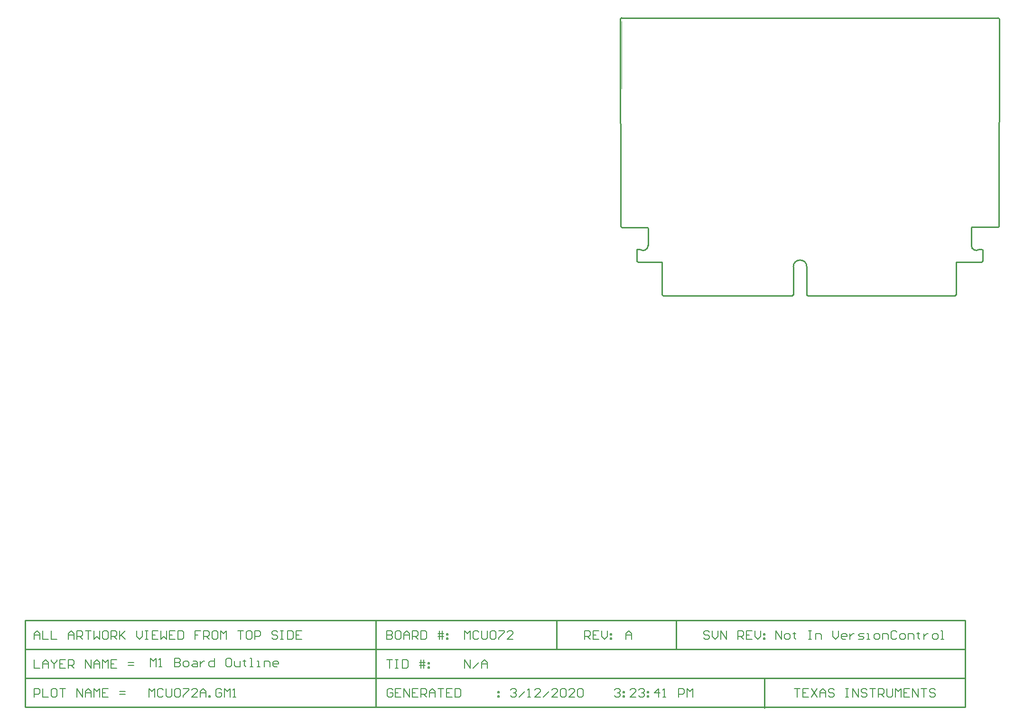
<source format=gm1>
G04*
G04 #@! TF.GenerationSoftware,Altium Limited,Altium Designer,18.1.9 (240)*
G04*
G04 Layer_Color=11296232*
%FSAX44Y44*%
%MOMM*%
G71*
G01*
G75*
%ADD15C,0.2032*%
%ADD24C,0.2540*%
%ADD100C,0.1000*%
G54D15*
X00325349Y00174142D02*
Y00189377D01*
X00330427Y00184299D01*
X00335505Y00189377D01*
Y00174142D01*
X00340584D02*
X00345662D01*
X00343123D01*
Y00189377D01*
X00340584Y00186838D01*
X00368515Y00189377D02*
Y00174142D01*
X00376132D01*
X00378671Y00176682D01*
Y00179221D01*
X00376132Y00181760D01*
X00368515D01*
X00376132D01*
X00378671Y00184299D01*
Y00186838D01*
X00376132Y00189377D01*
X00368515D01*
X00386289Y00174142D02*
X00391367D01*
X00393906Y00176682D01*
Y00181760D01*
X00391367Y00184299D01*
X00386289D01*
X00383750Y00181760D01*
Y00176682D01*
X00386289Y00174142D01*
X00401524Y00184299D02*
X00406602D01*
X00409142Y00181760D01*
Y00174142D01*
X00401524D01*
X00398985Y00176682D01*
X00401524Y00179221D01*
X00409142D01*
X00414220Y00184299D02*
Y00174142D01*
Y00179221D01*
X00416759Y00181760D01*
X00419298Y00184299D01*
X00421837D01*
X00439612Y00189377D02*
Y00174142D01*
X00431994D01*
X00429455Y00176682D01*
Y00181760D01*
X00431994Y00184299D01*
X00439612D01*
X00467543Y00189377D02*
X00462464D01*
X00459925Y00186838D01*
Y00176682D01*
X00462464Y00174142D01*
X00467543D01*
X00470082Y00176682D01*
Y00186838D01*
X00467543Y00189377D01*
X00475160Y00184299D02*
Y00176682D01*
X00477699Y00174142D01*
X00485317D01*
Y00184299D01*
X00492934Y00186838D02*
Y00184299D01*
X00490395D01*
X00495474D01*
X00492934D01*
Y00176682D01*
X00495474Y00174142D01*
X00503091D02*
X00508169D01*
X00505630D01*
Y00189377D01*
X00503091D01*
X00515787Y00174142D02*
X00520865D01*
X00518326D01*
Y00184299D01*
X00515787D01*
X00528483Y00174142D02*
Y00184299D01*
X00536100D01*
X00538640Y00181760D01*
Y00174142D01*
X00551335D02*
X00546257D01*
X00543718Y00176682D01*
Y00181760D01*
X00546257Y00184299D01*
X00551335D01*
X00553875Y00181760D01*
Y00179221D01*
X00543718D01*
X01441196Y00223097D02*
Y00238332D01*
X01451353Y00223097D01*
Y00238332D01*
X01458970Y00223097D02*
X01464049D01*
X01466588Y00225636D01*
Y00230714D01*
X01464049Y00233253D01*
X01458970D01*
X01456431Y00230714D01*
Y00225636D01*
X01458970Y00223097D01*
X01474205Y00235793D02*
Y00233253D01*
X01471666D01*
X01476745D01*
X01474205D01*
Y00225636D01*
X01476745Y00223097D01*
X01499597Y00238332D02*
X01504675D01*
X01502136D01*
Y00223097D01*
X01499597D01*
X01504675D01*
X01512293D02*
Y00233253D01*
X01519910D01*
X01522450Y00230714D01*
Y00223097D01*
X01542763Y00238332D02*
Y00228175D01*
X01547841Y00223097D01*
X01552920Y00228175D01*
Y00238332D01*
X01565616Y00223097D02*
X01560537D01*
X01557998Y00225636D01*
Y00230714D01*
X01560537Y00233253D01*
X01565616D01*
X01568155Y00230714D01*
Y00228175D01*
X01557998D01*
X01573233Y00233253D02*
Y00223097D01*
Y00228175D01*
X01575773Y00230714D01*
X01578312Y00233253D01*
X01580851D01*
X01588468Y00223097D02*
X01596086D01*
X01598625Y00225636D01*
X01596086Y00228175D01*
X01591008D01*
X01588468Y00230714D01*
X01591008Y00233253D01*
X01598625D01*
X01603703Y00223097D02*
X01608782D01*
X01606243D01*
Y00233253D01*
X01603703D01*
X01618938Y00223097D02*
X01624017D01*
X01626556Y00225636D01*
Y00230714D01*
X01624017Y00233253D01*
X01618938D01*
X01616399Y00230714D01*
Y00225636D01*
X01618938Y00223097D01*
X01631634D02*
Y00233253D01*
X01639252D01*
X01641791Y00230714D01*
Y00223097D01*
X01657026Y00235793D02*
X01654487Y00238332D01*
X01649409D01*
X01646870Y00235793D01*
Y00225636D01*
X01649409Y00223097D01*
X01654487D01*
X01657026Y00225636D01*
X01664644Y00223097D02*
X01669722D01*
X01672261Y00225636D01*
Y00230714D01*
X01669722Y00233253D01*
X01664644D01*
X01662104Y00230714D01*
Y00225636D01*
X01664644Y00223097D01*
X01677340D02*
Y00233253D01*
X01684957D01*
X01687496Y00230714D01*
Y00223097D01*
X01695114Y00235793D02*
Y00233253D01*
X01692575D01*
X01697653D01*
X01695114D01*
Y00225636D01*
X01697653Y00223097D01*
X01705271Y00233253D02*
Y00223097D01*
Y00228175D01*
X01707810Y00230714D01*
X01710349Y00233253D01*
X01712888D01*
X01723045Y00223097D02*
X01728123D01*
X01730662Y00225636D01*
Y00230714D01*
X01728123Y00233253D01*
X01723045D01*
X01720506Y00230714D01*
Y00225636D01*
X01723045Y00223097D01*
X01735741D02*
X01740819D01*
X01738280D01*
Y00238332D01*
X01735741D01*
X01322829Y00235793D02*
X01320289Y00238332D01*
X01315211D01*
X01312672Y00235793D01*
Y00233253D01*
X01315211Y00230714D01*
X01320289D01*
X01322829Y00228175D01*
Y00225636D01*
X01320289Y00223097D01*
X01315211D01*
X01312672Y00225636D01*
X01327907Y00238332D02*
Y00228175D01*
X01332985Y00223097D01*
X01338064Y00228175D01*
Y00238332D01*
X01343142Y00223097D02*
Y00238332D01*
X01353299Y00223097D01*
Y00238332D01*
X01373612Y00223097D02*
Y00238332D01*
X01381230D01*
X01383769Y00235793D01*
Y00230714D01*
X01381230Y00228175D01*
X01373612D01*
X01378691D02*
X01383769Y00223097D01*
X01399004Y00238332D02*
X01388847D01*
Y00223097D01*
X01399004D01*
X01388847Y00230714D02*
X01393926D01*
X01404082Y00238332D02*
Y00228175D01*
X01409161Y00223097D01*
X01414239Y00228175D01*
Y00238332D01*
X01419317Y00233253D02*
X01421857D01*
Y00230714D01*
X01419317D01*
Y00233253D01*
Y00225636D02*
X01421857D01*
Y00223097D01*
X01419317D01*
Y00225636D01*
X01099820Y00223097D02*
Y00238332D01*
X01107438D01*
X01109977Y00235793D01*
Y00230714D01*
X01107438Y00228175D01*
X01099820D01*
X01104898D02*
X01109977Y00223097D01*
X01125212Y00238332D02*
X01115055D01*
Y00223097D01*
X01125212D01*
X01115055Y00230714D02*
X01120133D01*
X01130290Y00238332D02*
Y00228175D01*
X01135368Y00223097D01*
X01140447Y00228175D01*
Y00238332D01*
X01145525Y00233253D02*
X01148064D01*
Y00230714D01*
X01145525D01*
Y00233253D01*
Y00225636D02*
X01148064D01*
Y00223097D01*
X01145525D01*
Y00225636D01*
X00322326Y00119295D02*
Y00134530D01*
X00327404Y00129452D01*
X00332483Y00134530D01*
Y00119295D01*
X00347718Y00131991D02*
X00345179Y00134530D01*
X00340100D01*
X00337561Y00131991D01*
Y00121834D01*
X00340100Y00119295D01*
X00345179D01*
X00347718Y00121834D01*
X00352796Y00134530D02*
Y00121834D01*
X00355335Y00119295D01*
X00360414D01*
X00362953Y00121834D01*
Y00134530D01*
X00368031Y00131991D02*
X00370570Y00134530D01*
X00375649D01*
X00378188Y00131991D01*
Y00121834D01*
X00375649Y00119295D01*
X00370570D01*
X00368031Y00121834D01*
Y00131991D01*
X00383266Y00134530D02*
X00393423D01*
Y00131991D01*
X00383266Y00121834D01*
Y00119295D01*
X00408658D02*
X00398501D01*
X00408658Y00129452D01*
Y00131991D01*
X00406119Y00134530D01*
X00401040D01*
X00398501Y00131991D01*
X00413736Y00119295D02*
Y00129452D01*
X00418815Y00134530D01*
X00423893Y00129452D01*
Y00119295D01*
Y00126912D01*
X00413736D01*
X00428971Y00119295D02*
Y00121834D01*
X00431511D01*
Y00119295D01*
X00428971D01*
X00451824Y00131991D02*
X00449285Y00134530D01*
X00444207D01*
X00441667Y00131991D01*
Y00121834D01*
X00444207Y00119295D01*
X00449285D01*
X00451824Y00121834D01*
Y00126912D01*
X00446746D01*
X00456903Y00119295D02*
Y00134530D01*
X00461981Y00129452D01*
X00467059Y00134530D01*
Y00119295D01*
X00472137D02*
X00477216D01*
X00474677D01*
Y00134530D01*
X00472137Y00131991D01*
X00968121D02*
X00970660Y00134530D01*
X00975739D01*
X00978278Y00131991D01*
Y00129452D01*
X00975739Y00126912D01*
X00973199D01*
X00975739D01*
X00978278Y00124373D01*
Y00121834D01*
X00975739Y00119295D01*
X00970660D01*
X00968121Y00121834D01*
X00983356Y00119295D02*
X00993513Y00129452D01*
X00998591Y00119295D02*
X01003670D01*
X01001130D01*
Y00134530D01*
X00998591Y00131991D01*
X01021444Y00119295D02*
X01011287D01*
X01021444Y00129452D01*
Y00131991D01*
X01018905Y00134530D01*
X01013826D01*
X01011287Y00131991D01*
X01026522Y00119295D02*
X01036679Y00129452D01*
X01051914Y00119295D02*
X01041757D01*
X01051914Y00129452D01*
Y00131991D01*
X01049375Y00134530D01*
X01044296D01*
X01041757Y00131991D01*
X01056992D02*
X01059531Y00134530D01*
X01064610D01*
X01067149Y00131991D01*
Y00121834D01*
X01064610Y00119295D01*
X01059531D01*
X01056992Y00121834D01*
Y00131991D01*
X01082384Y00119295D02*
X01072227D01*
X01082384Y00129452D01*
Y00131991D01*
X01079845Y00134530D01*
X01074766D01*
X01072227Y00131991D01*
X01087462D02*
X01090002Y00134530D01*
X01095080D01*
X01097619Y00131991D01*
Y00121834D01*
X01095080Y00119295D01*
X01090002D01*
X01087462Y00121834D01*
Y00131991D01*
X00757425D02*
X00754885Y00134530D01*
X00749807D01*
X00747268Y00131991D01*
Y00121834D01*
X00749807Y00119295D01*
X00754885D01*
X00757425Y00121834D01*
Y00126912D01*
X00752346D01*
X00772660Y00134530D02*
X00762503D01*
Y00119295D01*
X00772660D01*
X00762503Y00126912D02*
X00767581D01*
X00777738Y00119295D02*
Y00134530D01*
X00787895Y00119295D01*
Y00134530D01*
X00803130D02*
X00792973D01*
Y00119295D01*
X00803130D01*
X00792973Y00126912D02*
X00798052D01*
X00808208Y00119295D02*
Y00134530D01*
X00815826D01*
X00818365Y00131991D01*
Y00126912D01*
X00815826Y00124373D01*
X00808208D01*
X00813287D02*
X00818365Y00119295D01*
X00823443D02*
Y00129452D01*
X00828522Y00134530D01*
X00833600Y00129452D01*
Y00119295D01*
Y00126912D01*
X00823443D01*
X00838678Y00134530D02*
X00848835D01*
X00843757D01*
Y00119295D01*
X00864070Y00134530D02*
X00853913D01*
Y00119295D01*
X00864070D01*
X00853913Y00126912D02*
X00858992D01*
X00869149Y00134530D02*
Y00119295D01*
X00876766D01*
X00879305Y00121834D01*
Y00131991D01*
X00876766Y00134530D01*
X00869149D01*
X00945324Y00129452D02*
X00947863D01*
Y00126912D01*
X00945324D01*
Y00129452D01*
Y00121834D02*
X00947863D01*
Y00119295D01*
X00945324D01*
Y00121834D01*
X00117729Y00223097D02*
Y00233253D01*
X00122807Y00238332D01*
X00127886Y00233253D01*
Y00223097D01*
Y00230714D01*
X00117729D01*
X00132964Y00238332D02*
Y00223097D01*
X00143121D01*
X00148199Y00238332D02*
Y00223097D01*
X00158356D01*
X00178669D02*
Y00233253D01*
X00183748Y00238332D01*
X00188826Y00233253D01*
Y00223097D01*
Y00230714D01*
X00178669D01*
X00193904Y00223097D02*
Y00238332D01*
X00201522D01*
X00204061Y00235793D01*
Y00230714D01*
X00201522Y00228175D01*
X00193904D01*
X00198983D02*
X00204061Y00223097D01*
X00209139Y00238332D02*
X00219296D01*
X00214218D01*
Y00223097D01*
X00224375Y00238332D02*
Y00223097D01*
X00229453Y00228175D01*
X00234531Y00223097D01*
Y00238332D01*
X00247227D02*
X00242149D01*
X00239610Y00235793D01*
Y00225636D01*
X00242149Y00223097D01*
X00247227D01*
X00249766Y00225636D01*
Y00235793D01*
X00247227Y00238332D01*
X00254845Y00223097D02*
Y00238332D01*
X00262462D01*
X00265001Y00235793D01*
Y00230714D01*
X00262462Y00228175D01*
X00254845D01*
X00259923D02*
X00265001Y00223097D01*
X00270080Y00238332D02*
Y00223097D01*
Y00228175D01*
X00280236Y00238332D01*
X00272619Y00230714D01*
X00280236Y00223097D01*
X00300550Y00238332D02*
Y00228175D01*
X00305628Y00223097D01*
X00310707Y00228175D01*
Y00238332D01*
X00315785D02*
X00320863D01*
X00318324D01*
Y00223097D01*
X00315785D01*
X00320863D01*
X00338638Y00238332D02*
X00328481D01*
Y00223097D01*
X00338638D01*
X00328481Y00230714D02*
X00333559D01*
X00343716Y00238332D02*
Y00223097D01*
X00348794Y00228175D01*
X00353873Y00223097D01*
Y00238332D01*
X00369108D02*
X00358951D01*
Y00223097D01*
X00369108D01*
X00358951Y00230714D02*
X00364029D01*
X00374186Y00238332D02*
Y00223097D01*
X00381804D01*
X00384343Y00225636D01*
Y00235793D01*
X00381804Y00238332D01*
X00374186D01*
X00414813D02*
X00404656D01*
Y00230714D01*
X00409734D01*
X00404656D01*
Y00223097D01*
X00419891D02*
Y00238332D01*
X00427509D01*
X00430048Y00235793D01*
Y00230714D01*
X00427509Y00228175D01*
X00419891D01*
X00424970D02*
X00430048Y00223097D01*
X00442744Y00238332D02*
X00437665D01*
X00435126Y00235793D01*
Y00225636D01*
X00437665Y00223097D01*
X00442744D01*
X00445283Y00225636D01*
Y00235793D01*
X00442744Y00238332D01*
X00450361Y00223097D02*
Y00238332D01*
X00455440Y00233253D01*
X00460518Y00238332D01*
Y00223097D01*
X00480832Y00238332D02*
X00490988D01*
X00485910D01*
Y00223097D01*
X00503684Y00238332D02*
X00498606D01*
X00496067Y00235793D01*
Y00225636D01*
X00498606Y00223097D01*
X00503684D01*
X00506223Y00225636D01*
Y00235793D01*
X00503684Y00238332D01*
X00511302Y00223097D02*
Y00238332D01*
X00518919D01*
X00521458Y00235793D01*
Y00230714D01*
X00518919Y00228175D01*
X00511302D01*
X00551929Y00235793D02*
X00549389Y00238332D01*
X00544311D01*
X00541772Y00235793D01*
Y00233253D01*
X00544311Y00230714D01*
X00549389D01*
X00551929Y00228175D01*
Y00225636D01*
X00549389Y00223097D01*
X00544311D01*
X00541772Y00225636D01*
X00557007Y00238332D02*
X00562085D01*
X00559546D01*
Y00223097D01*
X00557007D01*
X00562085D01*
X00569703Y00238332D02*
Y00223097D01*
X00577320D01*
X00579860Y00225636D01*
Y00235793D01*
X00577320Y00238332D01*
X00569703D01*
X00595095D02*
X00584938D01*
Y00223097D01*
X00595095D01*
X00584938Y00230714D02*
X00590016D01*
X01173861Y00223097D02*
Y00233253D01*
X01178939Y00238332D01*
X01184018Y00233253D01*
Y00223097D01*
Y00230714D01*
X01173861D01*
X00885317Y00223097D02*
Y00238332D01*
X00890395Y00233253D01*
X00895474Y00238332D01*
Y00223097D01*
X00910709Y00235793D02*
X00908170Y00238332D01*
X00903091D01*
X00900552Y00235793D01*
Y00225636D01*
X00903091Y00223097D01*
X00908170D01*
X00910709Y00225636D01*
X00915787Y00238332D02*
Y00225636D01*
X00918326Y00223097D01*
X00923405D01*
X00925944Y00225636D01*
Y00238332D01*
X00931022Y00235793D02*
X00933561Y00238332D01*
X00938640D01*
X00941179Y00235793D01*
Y00225636D01*
X00938640Y00223097D01*
X00933561D01*
X00931022Y00225636D01*
Y00235793D01*
X00946257Y00238332D02*
X00956414D01*
Y00235793D01*
X00946257Y00225636D01*
Y00223097D01*
X00971649D02*
X00961492D01*
X00971649Y00233253D01*
Y00235793D01*
X00969110Y00238332D01*
X00964032D01*
X00961492Y00235793D01*
X00746760Y00238332D02*
Y00223097D01*
X00754378D01*
X00756917Y00225636D01*
Y00228175D01*
X00754378Y00230714D01*
X00746760D01*
X00754378D01*
X00756917Y00233253D01*
Y00235793D01*
X00754378Y00238332D01*
X00746760D01*
X00769613D02*
X00764534D01*
X00761995Y00235793D01*
Y00225636D01*
X00764534Y00223097D01*
X00769613D01*
X00772152Y00225636D01*
Y00235793D01*
X00769613Y00238332D01*
X00777230Y00223097D02*
Y00233253D01*
X00782309Y00238332D01*
X00787387Y00233253D01*
Y00223097D01*
Y00230714D01*
X00777230D01*
X00792465Y00223097D02*
Y00238332D01*
X00800083D01*
X00802622Y00235793D01*
Y00230714D01*
X00800083Y00228175D01*
X00792465D01*
X00797544D02*
X00802622Y00223097D01*
X00807700Y00238332D02*
Y00223097D01*
X00815318D01*
X00817857Y00225636D01*
Y00235793D01*
X00815318Y00238332D01*
X00807700D01*
X00840710Y00223097D02*
Y00238332D01*
X00845788D02*
Y00223097D01*
X00838170Y00233253D02*
X00845788D01*
X00848327D01*
X00838170Y00228175D02*
X00848327D01*
X00853406Y00233253D02*
X00855945D01*
Y00230714D01*
X00853406D01*
Y00233253D01*
Y00225636D02*
X00855945D01*
Y00223097D01*
X00853406D01*
Y00225636D01*
X00117729Y00186814D02*
Y00171579D01*
X00127886D01*
X00132964D02*
Y00181735D01*
X00138042Y00186814D01*
X00143121Y00181735D01*
Y00171579D01*
Y00179196D01*
X00132964D01*
X00148199Y00186814D02*
Y00184275D01*
X00153278Y00179196D01*
X00158356Y00184275D01*
Y00186814D01*
X00153278Y00179196D02*
Y00171579D01*
X00173591Y00186814D02*
X00163434D01*
Y00171579D01*
X00173591D01*
X00163434Y00179196D02*
X00168513D01*
X00178669Y00171579D02*
Y00186814D01*
X00186287D01*
X00188826Y00184275D01*
Y00179196D01*
X00186287Y00176657D01*
X00178669D01*
X00183748D02*
X00188826Y00171579D01*
X00209139D02*
Y00186814D01*
X00219296Y00171579D01*
Y00186814D01*
X00224375Y00171579D02*
Y00181735D01*
X00229453Y00186814D01*
X00234531Y00181735D01*
Y00171579D01*
Y00179196D01*
X00224375D01*
X00239610Y00171579D02*
Y00186814D01*
X00244688Y00181735D01*
X00249766Y00186814D01*
Y00171579D01*
X00265001Y00186814D02*
X00254845D01*
Y00171579D01*
X00265001D01*
X00254845Y00179196D02*
X00259923D01*
X00285315Y00176657D02*
X00295471D01*
X00285315Y00181735D02*
X00295471D01*
X00117729Y00119295D02*
Y00134530D01*
X00125346D01*
X00127886Y00131991D01*
Y00126912D01*
X00125346Y00124373D01*
X00117729D01*
X00132964Y00134530D02*
Y00119295D01*
X00143121D01*
X00155817Y00134530D02*
X00150738D01*
X00148199Y00131991D01*
Y00121834D01*
X00150738Y00119295D01*
X00155817D01*
X00158356Y00121834D01*
Y00131991D01*
X00155817Y00134530D01*
X00163434D02*
X00173591D01*
X00168513D01*
Y00119295D01*
X00193904D02*
Y00134530D01*
X00204061Y00119295D01*
Y00134530D01*
X00209139Y00119295D02*
Y00129452D01*
X00214218Y00134530D01*
X00219296Y00129452D01*
Y00119295D01*
Y00126912D01*
X00209139D01*
X00224375Y00119295D02*
Y00134530D01*
X00229453Y00129452D01*
X00234531Y00134530D01*
Y00119295D01*
X00249766Y00134530D02*
X00239610D01*
Y00119295D01*
X00249766D01*
X00239610Y00126912D02*
X00244688D01*
X00270080Y00124373D02*
X00280236D01*
X00270080Y00129452D02*
X00280236D01*
X01153287Y00131991D02*
X01155826Y00134530D01*
X01160904D01*
X01163444Y00131991D01*
Y00129452D01*
X01160904Y00126912D01*
X01158365D01*
X01160904D01*
X01163444Y00124373D01*
Y00121834D01*
X01160904Y00119295D01*
X01155826D01*
X01153287Y00121834D01*
X01168522Y00129452D02*
X01171061D01*
Y00126912D01*
X01168522D01*
Y00129452D01*
Y00121834D02*
X01171061D01*
Y00119295D01*
X01168522D01*
Y00121834D01*
X01191375Y00119295D02*
X01181218D01*
X01191375Y00129452D01*
Y00131991D01*
X01188836Y00134530D01*
X01183757D01*
X01181218Y00131991D01*
X01196453D02*
X01198992Y00134530D01*
X01204071D01*
X01206610Y00131991D01*
Y00129452D01*
X01204071Y00126912D01*
X01201531D01*
X01204071D01*
X01206610Y00124373D01*
Y00121834D01*
X01204071Y00119295D01*
X01198992D01*
X01196453Y00121834D01*
X01211688Y00129452D02*
X01214227D01*
Y00126912D01*
X01211688D01*
Y00129452D01*
Y00121834D02*
X01214227D01*
Y00119295D01*
X01211688D01*
Y00121834D01*
X01232001Y00119295D02*
Y00134530D01*
X01224384Y00126912D01*
X01234541D01*
X01239619Y00119295D02*
X01244697D01*
X01242158D01*
Y00134530D01*
X01239619Y00131991D01*
X01267550Y00119295D02*
Y00134530D01*
X01275168D01*
X01277707Y00131991D01*
Y00126912D01*
X01275168Y00124373D01*
X01267550D01*
X01282785Y00119295D02*
Y00134530D01*
X01287863Y00129452D01*
X01292942Y00134530D01*
Y00119295D01*
X01474470Y00134530D02*
X01484627D01*
X01479548D01*
Y00119295D01*
X01499862Y00134530D02*
X01489705D01*
Y00119295D01*
X01499862D01*
X01489705Y00126912D02*
X01494783D01*
X01504940Y00134530D02*
X01515097Y00119295D01*
Y00134530D02*
X01504940Y00119295D01*
X01520175D02*
Y00129452D01*
X01525254Y00134530D01*
X01530332Y00129452D01*
Y00119295D01*
Y00126912D01*
X01520175D01*
X01545567Y00131991D02*
X01543028Y00134530D01*
X01537950D01*
X01535410Y00131991D01*
Y00129452D01*
X01537950Y00126912D01*
X01543028D01*
X01545567Y00124373D01*
Y00121834D01*
X01543028Y00119295D01*
X01537950D01*
X01535410Y00121834D01*
X01565880Y00134530D02*
X01570959D01*
X01568420D01*
Y00119295D01*
X01565880D01*
X01570959D01*
X01578576D02*
Y00134530D01*
X01588733Y00119295D01*
Y00134530D01*
X01603968Y00131991D02*
X01601429Y00134530D01*
X01596351D01*
X01593811Y00131991D01*
Y00129452D01*
X01596351Y00126912D01*
X01601429D01*
X01603968Y00124373D01*
Y00121834D01*
X01601429Y00119295D01*
X01596351D01*
X01593811Y00121834D01*
X01609046Y00134530D02*
X01619203D01*
X01614125D01*
Y00119295D01*
X01624281D02*
Y00134530D01*
X01631899D01*
X01634438Y00131991D01*
Y00126912D01*
X01631899Y00124373D01*
X01624281D01*
X01629360D02*
X01634438Y00119295D01*
X01639517Y00134530D02*
Y00121834D01*
X01642056Y00119295D01*
X01647134D01*
X01649673Y00121834D01*
Y00134530D01*
X01654752Y00119295D02*
Y00134530D01*
X01659830Y00129452D01*
X01664908Y00134530D01*
Y00119295D01*
X01680143Y00134530D02*
X01669987D01*
Y00119295D01*
X01680143D01*
X01669987Y00126912D02*
X01675065D01*
X01685222Y00119295D02*
Y00134530D01*
X01695379Y00119295D01*
Y00134530D01*
X01700457D02*
X01710614D01*
X01705535D01*
Y00119295D01*
X01725849Y00131991D02*
X01723309Y00134530D01*
X01718231D01*
X01715692Y00131991D01*
Y00129452D01*
X01718231Y00126912D01*
X01723309D01*
X01725849Y00124373D01*
Y00121834D01*
X01723309Y00119295D01*
X01718231D01*
X01715692Y00121834D01*
X00746760Y00186685D02*
X00756917D01*
X00751838D01*
Y00171450D01*
X00761995Y00186685D02*
X00767073D01*
X00764534D01*
Y00171450D01*
X00761995D01*
X00767073D01*
X00774691Y00186685D02*
Y00171450D01*
X00782309D01*
X00784848Y00173989D01*
Y00184146D01*
X00782309Y00186685D01*
X00774691D01*
X00807700Y00171450D02*
Y00186685D01*
X00812779D02*
Y00171450D01*
X00805161Y00181607D02*
X00812779D01*
X00815318D01*
X00805161Y00176528D02*
X00815318D01*
X00820396Y00181607D02*
X00822935D01*
Y00179067D01*
X00820396D01*
Y00181607D01*
Y00173989D02*
X00822935D01*
Y00171450D01*
X00820396D01*
Y00173989D01*
X00885317Y00171450D02*
Y00186685D01*
X00895474Y00171450D01*
Y00186685D01*
X00900552Y00171450D02*
X00910709Y00181607D01*
X00915787Y00171450D02*
Y00181607D01*
X00920865Y00186685D01*
X00925944Y00181607D01*
Y00171450D01*
Y00179067D01*
X00915787D01*
G54D24*
X01496387Y00888364D02*
G03*
X01472264Y00888364I-00012061J-00000097D01*
G01*
X01193354Y00918965D02*
G03*
X01192964Y00918047I00000901J-00000925D01*
G01*
X01194254Y00919338D02*
G03*
X01193354Y00918965I-00000009J-00001253D01*
G01*
X01199170Y00919080D02*
G03*
X01198402Y00919338I-00000757J-00000981D01*
G01*
X01199170Y00919080D02*
G03*
X01213009Y00925965I00005209J00006882D01*
G01*
D02*
G03*
X01212998Y00926449I-00006536J00000082D01*
G01*
X01212894Y00957665D02*
G03*
X01212998Y00957161I00001267J-00000001D01*
G01*
X01164379Y00960199D02*
G03*
X01165653Y00958926I00001274J00000000D01*
G01*
Y01333144D02*
G03*
X01163803Y01331294I00001239J-00003090D01*
G01*
X01839697Y01331294D02*
G03*
X01838174Y01333144I-00001544J00000281D01*
G01*
X01838909Y00959424D02*
G03*
X01839294Y00960339I-00000906J00000921D01*
G01*
X01838008Y00959051D02*
G03*
X01838907Y00959424I-00000000J00001272D01*
G01*
X01790019Y00926162D02*
G03*
X01803858Y00919309I00008631J00000030D01*
G01*
X01804627Y00919567D02*
G03*
X01803858Y00919307I-00000004J-00001254D01*
G01*
X01810030Y00918396D02*
G03*
X01808255Y00919564I-00001272J00000000D01*
G01*
X01810083Y00898272D02*
G03*
X01810029Y00898633I-00001209J00000004D01*
G01*
X01808809Y00896999D02*
G03*
X01810083Y00898272I00000000J00001274D01*
G01*
X01761266Y00837012D02*
G03*
X01762539Y00838286I00000000J00001274D01*
G01*
X01496760Y00837384D02*
G03*
X01497676Y00836994I00000929J00000913D01*
G01*
X01496387Y00838285D02*
G03*
X01496759Y00837383I00001272J-00000002D01*
G01*
X01472292Y00838356D02*
G03*
X01472238Y00838717I-00001208J00000004D01*
G01*
X01471019Y00837083D02*
G03*
X01472292Y00838356I00000000J00001274D01*
G01*
X01237985Y00838339D02*
G03*
X01239469Y00837083I00001274J00000000D01*
G01*
X01192964Y00898256D02*
G03*
X01194531Y00897017I00001272J-00000002D01*
G01*
X01192964Y00898256D02*
Y00918047D01*
X01194254Y00919338D02*
X01198402D01*
X01212998Y00926449D02*
Y00957161D01*
X01212894Y00957665D02*
Y00958926D01*
X01165653D02*
X01212894D01*
X01163803Y01331294D02*
X01164379Y00960199D01*
X01165653Y01333144D02*
X01838174Y01333144D01*
X01839297Y00960340D02*
X01839697Y01331294D01*
X01790391Y00959051D02*
X01838008D01*
X01790019Y00958679D02*
X01790391Y00959051D01*
X01790019Y00926164D02*
Y00958679D01*
X01804627Y00919567D02*
X01808254D01*
X01810030Y00898634D02*
Y00918396D01*
X01762522Y00896999D02*
X01808809D01*
X01762522Y00838496D02*
Y00896999D01*
Y00838496D02*
X01762539Y00838286D01*
X01497676Y00836994D02*
X01761266Y00837012D01*
X01496387Y00838285D02*
Y00888364D01*
X01472240Y00888116D02*
X01472264Y00888364D01*
X01472240Y00838718D02*
Y00888116D01*
X01239469Y00837083D02*
X01471019D01*
X01237985Y00838339D02*
Y00897017D01*
X01194534D02*
X01237985D01*
X01262888Y00205020D02*
Y00256667D01*
X01049528Y00205020D02*
Y00256667D01*
X00101600Y00205020D02*
X01778508D01*
X00101600Y00153374D02*
X01778000D01*
X00101600Y00101727D02*
X01118870D01*
X00101727Y00256667D02*
X01778508D01*
X00101727Y00101727D02*
Y00256667D01*
Y00101727D02*
X00501904D01*
X00101600D02*
Y00256667D01*
X00727710Y00101727D02*
Y00256667D01*
X01778508Y00101727D02*
Y00256667D01*
X01118870Y00101727D02*
X01778508D01*
X01420876Y00100076D02*
Y00151596D01*
G54D100*
X01165636Y01206562D02*
Y01326562D01*
M02*

</source>
